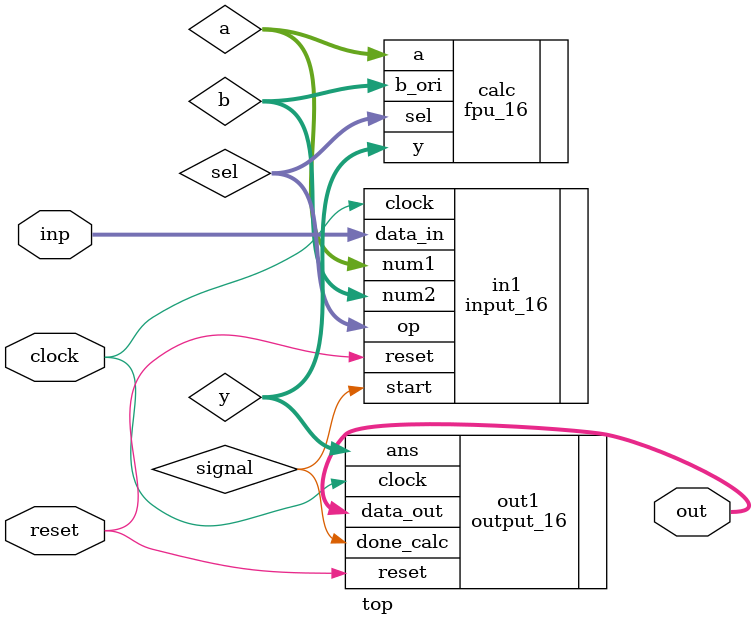
<source format=sv>
module top(
    input logic clock, reset,
    input logic [9:0] inp,
    output logic [9:0] out
);
    logic [15:0] a, b, y;
    logic [3:0] sel;
    logic signal;

    input_16 in1(.clock, .reset, .data_in(inp), .num1(a), .num2(b), .op(sel), .start(signal));
    fpu_16 calc(.a, .b_ori(b), .sel, .y);
    output_16 out1(.clock, .reset, .ans(y), .done_calc(signal), .data_out(out));

endmodule
</source>
